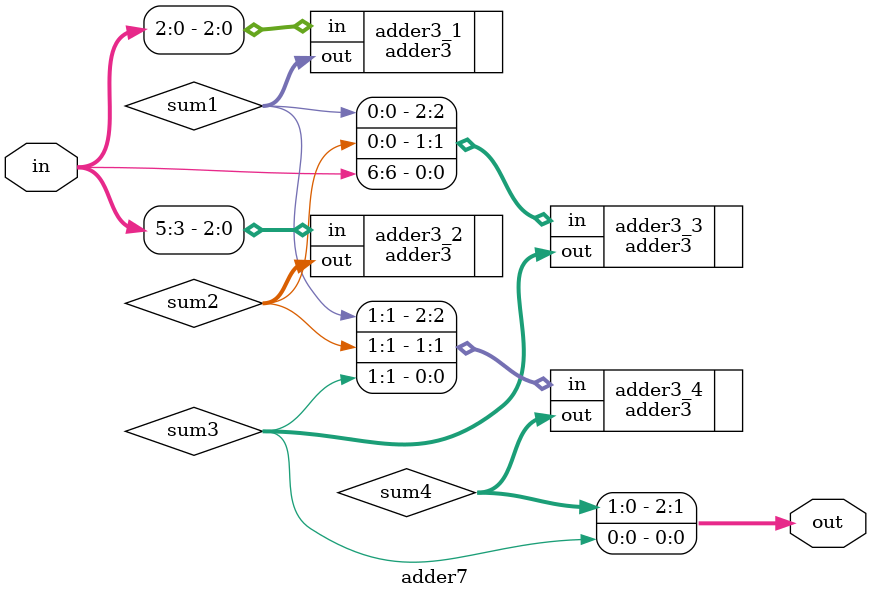
<source format=v>

module adder7
(
input [6:0] in,
output [2:0] out
);

wire [1:0] sum1, sum2, sum3, sum4;

adder3 adder3_1
(
	.in  (in[2:0]),
	.out (sum1   )
);

adder3 adder3_2
(
	.in  (in[5:3]),
	.out (sum2   )
);

adder3 adder3_3
(
	.in  ({sum1[0], sum2[0], in[6]}),
	.out (sum3)
);

adder3 adder3_4
(
	.in  ({sum1[1], sum2[1], sum3[1]}),
	.out (sum4)
);

assign out = {sum4, sum3[0]};

endmodule

</source>
